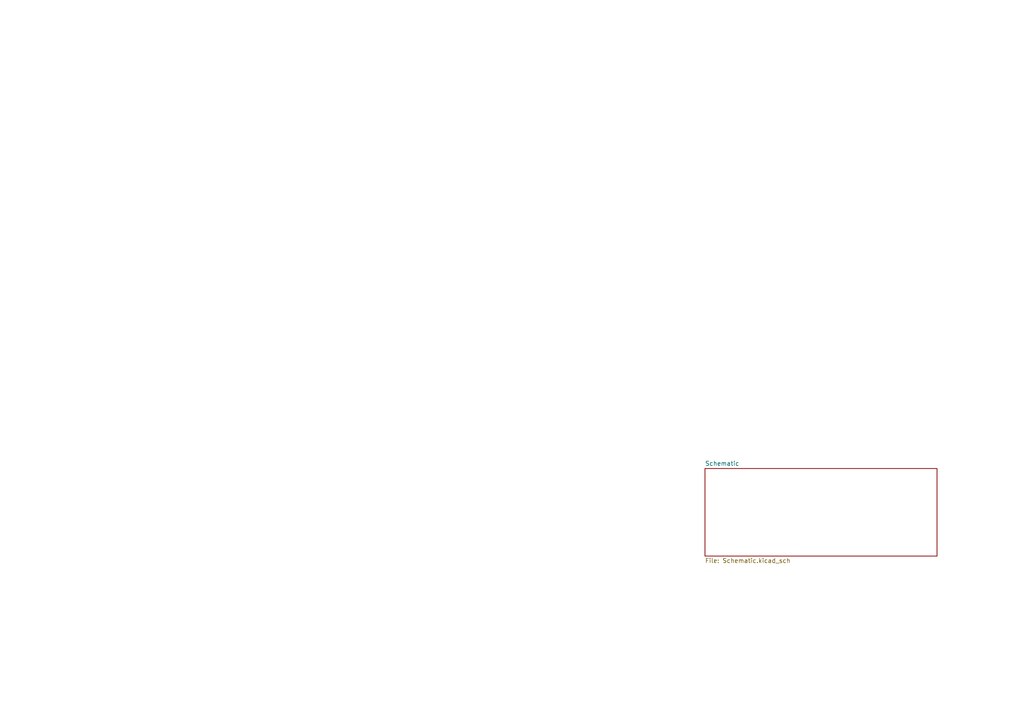
<source format=kicad_sch>
(kicad_sch
	(version 20250114)
	(generator "eeschema")
	(generator_version "9.0")
	(uuid "06a56fb9-779c-428e-b281-14ac9294755f")
	(paper "A4")
	(lib_symbols)
	(sheet
		(at 204.47 135.89)
		(size 67.31 25.4)
		(exclude_from_sim no)
		(in_bom yes)
		(on_board yes)
		(dnp no)
		(fields_autoplaced yes)
		(stroke
			(width 0.1524)
			(type solid)
		)
		(fill
			(color 0 0 0 0.0000)
		)
		(uuid "ce8ead21-c650-4940-b61e-074f59a08930")
		(property "Sheetname" "Schematic"
			(at 204.47 135.1784 0)
			(effects
				(font
					(size 1.27 1.27)
				)
				(justify left bottom)
			)
		)
		(property "Sheetfile" "Schematic.kicad_sch"
			(at 204.47 161.8746 0)
			(effects
				(font
					(size 1.27 1.27)
				)
				(justify left top)
			)
		)
		(instances
			(project "ADC7177B1"
				(path "/06a56fb9-779c-428e-b281-14ac9294755f"
					(page "2")
				)
			)
		)
	)
	(sheet_instances
		(path "/"
			(page "1")
		)
	)
	(embedded_fonts no)
)

</source>
